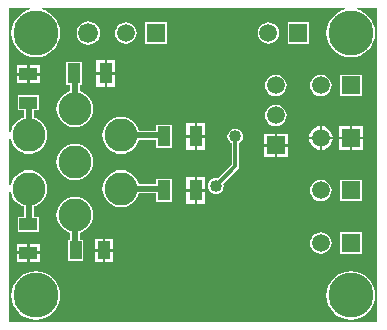
<source format=gbl>
G04 Layer_Physical_Order=2*
G04 Layer_Color=16711680*
%FSLAX24Y24*%
%MOIN*%
G70*
G01*
G75*
%ADD14C,0.0200*%
%ADD15C,0.0120*%
%ADD17C,0.1102*%
%ADD18C,0.0591*%
%ADD19R,0.0591X0.0591*%
%ADD20R,0.0591X0.0591*%
%ADD21C,0.0661*%
%ADD22C,0.0400*%
%ADD23C,0.1500*%
%ADD24R,0.0433X0.0669*%
%ADD25R,0.0394X0.0591*%
%ADD26R,0.0591X0.0394*%
G36*
X12388Y112D02*
X112D01*
Y4443D01*
X162Y4445D01*
X162Y4444D01*
X197Y4329D01*
X254Y4223D01*
X330Y4130D01*
X423Y4054D01*
X530Y3997D01*
X601Y3975D01*
Y3629D01*
X395D01*
Y3116D01*
X1105D01*
Y3629D01*
X928D01*
Y3975D01*
X1000Y3997D01*
X1106Y4054D01*
X1199Y4130D01*
X1275Y4223D01*
X1332Y4329D01*
X1367Y4444D01*
X1379Y4564D01*
X1367Y4684D01*
X1332Y4799D01*
X1275Y4905D01*
X1199Y4998D01*
X1106Y5075D01*
X1000Y5132D01*
X884Y5167D01*
X765Y5178D01*
X645Y5167D01*
X530Y5132D01*
X423Y5075D01*
X330Y4998D01*
X254Y4905D01*
X197Y4799D01*
X162Y4684D01*
X162Y4683D01*
X112Y4686D01*
Y6214D01*
X162Y6217D01*
X162Y6216D01*
X197Y6101D01*
X254Y5995D01*
X330Y5902D01*
X423Y5825D01*
X530Y5768D01*
X645Y5733D01*
X765Y5722D01*
X884Y5733D01*
X1000Y5768D01*
X1106Y5825D01*
X1199Y5902D01*
X1275Y5995D01*
X1332Y6101D01*
X1367Y6216D01*
X1379Y6336D01*
X1367Y6456D01*
X1332Y6571D01*
X1275Y6677D01*
X1199Y6770D01*
X1106Y6846D01*
X1000Y6903D01*
X928Y6925D01*
Y7171D01*
X1105D01*
Y7684D01*
X395D01*
Y7171D01*
X601D01*
Y6925D01*
X530Y6903D01*
X423Y6846D01*
X330Y6770D01*
X254Y6677D01*
X197Y6571D01*
X162Y6456D01*
X162Y6455D01*
X112Y6457D01*
Y10588D01*
X799D01*
X807Y10538D01*
X689Y10502D01*
X548Y10427D01*
X424Y10326D01*
X323Y10202D01*
X248Y10061D01*
X202Y9909D01*
X186Y9750D01*
X202Y9591D01*
X248Y9439D01*
X323Y9298D01*
X424Y9174D01*
X548Y9073D01*
X689Y8998D01*
X841Y8952D01*
X1000Y8936D01*
X1159Y8952D01*
X1311Y8998D01*
X1452Y9073D01*
X1576Y9174D01*
X1677Y9298D01*
X1752Y9439D01*
X1798Y9591D01*
X1814Y9750D01*
X1798Y9909D01*
X1752Y10061D01*
X1677Y10202D01*
X1576Y10326D01*
X1452Y10427D01*
X1311Y10502D01*
X1193Y10538D01*
X1201Y10588D01*
X11299D01*
X11307Y10538D01*
X11189Y10502D01*
X11048Y10427D01*
X10924Y10326D01*
X10823Y10202D01*
X10748Y10061D01*
X10702Y9909D01*
X10686Y9750D01*
X10702Y9591D01*
X10748Y9439D01*
X10823Y9298D01*
X10924Y9174D01*
X11048Y9073D01*
X11189Y8998D01*
X11341Y8952D01*
X11500Y8936D01*
X11659Y8952D01*
X11811Y8998D01*
X11952Y9073D01*
X12076Y9174D01*
X12177Y9298D01*
X12252Y9439D01*
X12298Y9591D01*
X12314Y9750D01*
X12298Y9909D01*
X12252Y10061D01*
X12177Y10202D01*
X12076Y10326D01*
X11952Y10427D01*
X11811Y10502D01*
X11693Y10538D01*
X11701Y10588D01*
X12388D01*
Y112D01*
D02*
G37*
%LPC*%
G36*
X6291Y4935D02*
X6015D01*
Y4540D01*
X6291D01*
Y4935D01*
D02*
G37*
G36*
X2300Y6064D02*
X2180Y6052D01*
X2065Y6017D01*
X1959Y5961D01*
X1866Y5884D01*
X1789Y5791D01*
X1733Y5685D01*
X1698Y5570D01*
X1686Y5450D01*
X1698Y5330D01*
X1733Y5215D01*
X1789Y5109D01*
X1866Y5016D01*
X1959Y4939D01*
X2065Y4883D01*
X2180Y4848D01*
X2300Y4836D01*
X2420Y4848D01*
X2535Y4883D01*
X2641Y4939D01*
X2734Y5016D01*
X2811Y5109D01*
X2867Y5215D01*
X2902Y5330D01*
X2914Y5450D01*
X2902Y5570D01*
X2867Y5685D01*
X2811Y5791D01*
X2734Y5884D01*
X2641Y5961D01*
X2535Y6017D01*
X2420Y6052D01*
X2300Y6064D01*
D02*
G37*
G36*
X6648Y4935D02*
X6371D01*
Y4540D01*
X6648D01*
Y4935D01*
D02*
G37*
G36*
X3835Y5178D02*
X3716Y5167D01*
X3600Y5132D01*
X3494Y5075D01*
X3401Y4998D01*
X3325Y4905D01*
X3268Y4799D01*
X3233Y4684D01*
X3221Y4564D01*
X3233Y4444D01*
X3268Y4329D01*
X3325Y4223D01*
X3401Y4130D01*
X3494Y4054D01*
X3600Y3997D01*
X3716Y3962D01*
X3835Y3950D01*
X3955Y3962D01*
X4070Y3997D01*
X4177Y4054D01*
X4270Y4130D01*
X4346Y4223D01*
X4403Y4329D01*
X4425Y4401D01*
X4992D01*
Y4105D01*
X5545D01*
Y4895D01*
X4992D01*
Y4727D01*
X4425D01*
X4403Y4799D01*
X4346Y4905D01*
X4270Y4998D01*
X4177Y5075D01*
X4070Y5132D01*
X3955Y5167D01*
X3835Y5178D01*
D02*
G37*
G36*
X6648Y4460D02*
X6371D01*
Y4065D01*
X6648D01*
Y4460D01*
D02*
G37*
G36*
X11855Y4855D02*
X11145D01*
Y4145D01*
X11855D01*
Y4855D01*
D02*
G37*
G36*
X10500Y4858D02*
X10407Y4846D01*
X10321Y4810D01*
X10247Y4753D01*
X10190Y4679D01*
X10154Y4593D01*
X10142Y4500D01*
X10154Y4407D01*
X10190Y4321D01*
X10247Y4247D01*
X10321Y4190D01*
X10407Y4154D01*
X10500Y4142D01*
X10593Y4154D01*
X10679Y4190D01*
X10753Y4247D01*
X10810Y4321D01*
X10846Y4407D01*
X10858Y4500D01*
X10846Y4593D01*
X10810Y4679D01*
X10753Y4753D01*
X10679Y4810D01*
X10593Y4846D01*
X10500Y4858D01*
D02*
G37*
G36*
X11895Y6210D02*
X11540D01*
Y5855D01*
X11895D01*
Y6210D01*
D02*
G37*
G36*
X10460D02*
X10107D01*
X10115Y6147D01*
X10155Y6051D01*
X10218Y5968D01*
X10301Y5905D01*
X10397Y5865D01*
X10460Y5857D01*
Y6210D01*
D02*
G37*
G36*
X10893D02*
X10540D01*
Y5857D01*
X10603Y5865D01*
X10699Y5905D01*
X10782Y5968D01*
X10845Y6051D01*
X10885Y6147D01*
X10893Y6210D01*
D02*
G37*
G36*
X11460D02*
X11105D01*
Y5855D01*
X11460D01*
Y6210D01*
D02*
G37*
G36*
X7650Y6562D02*
X7582Y6553D01*
X7519Y6527D01*
X7465Y6485D01*
X7423Y6431D01*
X7397Y6368D01*
X7388Y6300D01*
X7397Y6232D01*
X7423Y6169D01*
X7465Y6115D01*
X7519Y6073D01*
X7528Y6069D01*
Y5351D01*
X7077Y4900D01*
X7068Y4903D01*
X7000Y4912D01*
X6932Y4903D01*
X6869Y4877D01*
X6815Y4835D01*
X6773Y4781D01*
X6747Y4718D01*
X6738Y4650D01*
X6747Y4582D01*
X6773Y4519D01*
X6815Y4465D01*
X6869Y4423D01*
X6932Y4397D01*
X7000Y4388D01*
X7068Y4397D01*
X7131Y4423D01*
X7185Y4465D01*
X7227Y4519D01*
X7253Y4582D01*
X7262Y4650D01*
X7253Y4718D01*
X7250Y4727D01*
X7737Y5213D01*
X7763Y5253D01*
X7772Y5300D01*
Y6069D01*
X7781Y6073D01*
X7835Y6115D01*
X7877Y6169D01*
X7903Y6232D01*
X7912Y6300D01*
X7903Y6368D01*
X7877Y6431D01*
X7835Y6485D01*
X7781Y6527D01*
X7718Y6553D01*
X7650Y6562D01*
D02*
G37*
G36*
X8960Y5960D02*
X8605D01*
Y5605D01*
X8960D01*
Y5960D01*
D02*
G37*
G36*
X9395D02*
X9040D01*
Y5605D01*
X9395D01*
Y5960D01*
D02*
G37*
G36*
X710Y2388D02*
X355D01*
Y2131D01*
X710D01*
Y2388D01*
D02*
G37*
G36*
X1145D02*
X790D01*
Y2131D01*
X1145D01*
Y2388D01*
D02*
G37*
G36*
X2300Y4292D02*
X2180Y4281D01*
X2065Y4246D01*
X1959Y4189D01*
X1866Y4113D01*
X1789Y4020D01*
X1733Y3913D01*
X1698Y3798D01*
X1686Y3678D01*
X1698Y3559D01*
X1733Y3443D01*
X1789Y3337D01*
X1866Y3244D01*
X1959Y3168D01*
X2065Y3111D01*
X2137Y3089D01*
Y2855D01*
X2071D01*
Y2145D01*
X2584D01*
Y2855D01*
X2463D01*
Y3089D01*
X2535Y3111D01*
X2641Y3168D01*
X2734Y3244D01*
X2811Y3337D01*
X2867Y3443D01*
X2902Y3559D01*
X2914Y3678D01*
X2902Y3798D01*
X2867Y3913D01*
X2811Y4020D01*
X2734Y4113D01*
X2641Y4189D01*
X2535Y4246D01*
X2420Y4281D01*
X2300Y4292D01*
D02*
G37*
G36*
X3569Y2460D02*
X3312D01*
Y2105D01*
X3569D01*
Y2460D01*
D02*
G37*
G36*
X1000Y1814D02*
X841Y1798D01*
X689Y1752D01*
X548Y1677D01*
X424Y1576D01*
X323Y1452D01*
X248Y1311D01*
X202Y1159D01*
X186Y1000D01*
X202Y841D01*
X248Y689D01*
X323Y548D01*
X424Y424D01*
X548Y323D01*
X689Y248D01*
X841Y202D01*
X1000Y186D01*
X1159Y202D01*
X1311Y248D01*
X1452Y323D01*
X1576Y424D01*
X1677Y548D01*
X1752Y689D01*
X1798Y841D01*
X1814Y1000D01*
X1798Y1159D01*
X1752Y1311D01*
X1677Y1452D01*
X1576Y1576D01*
X1452Y1677D01*
X1311Y1752D01*
X1159Y1798D01*
X1000Y1814D01*
D02*
G37*
G36*
X11500D02*
X11341Y1798D01*
X11189Y1752D01*
X11048Y1677D01*
X10924Y1576D01*
X10823Y1452D01*
X10748Y1311D01*
X10702Y1159D01*
X10686Y1000D01*
X10702Y841D01*
X10748Y689D01*
X10823Y548D01*
X10924Y424D01*
X11048Y323D01*
X11189Y248D01*
X11341Y202D01*
X11500Y186D01*
X11659Y202D01*
X11811Y248D01*
X11952Y323D01*
X12076Y424D01*
X12177Y548D01*
X12252Y689D01*
X12298Y841D01*
X12314Y1000D01*
X12298Y1159D01*
X12252Y1311D01*
X12177Y1452D01*
X12076Y1576D01*
X11952Y1677D01*
X11811Y1752D01*
X11659Y1798D01*
X11500Y1814D01*
D02*
G37*
G36*
X3232Y2460D02*
X2976D01*
Y2105D01*
X3232D01*
Y2460D01*
D02*
G37*
G36*
Y2895D02*
X2976D01*
Y2540D01*
X3232D01*
Y2895D01*
D02*
G37*
G36*
X3569D02*
X3312D01*
Y2540D01*
X3569D01*
Y2895D01*
D02*
G37*
G36*
X6291Y4460D02*
X6015D01*
Y4065D01*
X6291D01*
Y4460D01*
D02*
G37*
G36*
X1145Y2724D02*
X790D01*
Y2468D01*
X1145D01*
Y2724D01*
D02*
G37*
G36*
X10500Y3108D02*
X10407Y3096D01*
X10321Y3060D01*
X10247Y3003D01*
X10190Y2929D01*
X10154Y2843D01*
X10142Y2750D01*
X10154Y2657D01*
X10190Y2571D01*
X10247Y2497D01*
X10321Y2440D01*
X10407Y2404D01*
X10500Y2392D01*
X10593Y2404D01*
X10679Y2440D01*
X10753Y2497D01*
X10810Y2571D01*
X10846Y2657D01*
X10858Y2750D01*
X10846Y2843D01*
X10810Y2929D01*
X10753Y3003D01*
X10679Y3060D01*
X10593Y3096D01*
X10500Y3108D01*
D02*
G37*
G36*
X11855Y3105D02*
X11145D01*
Y2395D01*
X11855D01*
Y3105D01*
D02*
G37*
G36*
X710Y2724D02*
X355D01*
Y2468D01*
X710D01*
Y2724D01*
D02*
G37*
G36*
X6291Y6260D02*
X6015D01*
Y5865D01*
X6291D01*
Y6260D01*
D02*
G37*
G36*
X1145Y8332D02*
X790D01*
Y8076D01*
X1145D01*
Y8332D01*
D02*
G37*
G36*
X710Y8669D02*
X355D01*
Y8412D01*
X710D01*
Y8669D01*
D02*
G37*
G36*
X1145D02*
X790D01*
Y8412D01*
X1145D01*
Y8669D01*
D02*
G37*
G36*
X710Y8332D02*
X355D01*
Y8076D01*
X710D01*
Y8332D01*
D02*
G37*
G36*
X11855Y8355D02*
X11145D01*
Y7645D01*
X11855D01*
Y8355D01*
D02*
G37*
G36*
X3291Y8360D02*
X3015D01*
Y7965D01*
X3291D01*
Y8360D01*
D02*
G37*
G36*
X3648D02*
X3372D01*
Y7965D01*
X3648D01*
Y8360D01*
D02*
G37*
G36*
X8750Y10108D02*
X8657Y10096D01*
X8571Y10060D01*
X8497Y10003D01*
X8440Y9929D01*
X8404Y9843D01*
X8392Y9750D01*
X8404Y9657D01*
X8440Y9571D01*
X8497Y9497D01*
X8571Y9440D01*
X8657Y9404D01*
X8750Y9392D01*
X8843Y9404D01*
X8929Y9440D01*
X9003Y9497D01*
X9060Y9571D01*
X9096Y9657D01*
X9108Y9750D01*
X9096Y9843D01*
X9060Y9929D01*
X9003Y10003D01*
X8929Y10060D01*
X8843Y10096D01*
X8750Y10108D01*
D02*
G37*
G36*
X5355Y10105D02*
X4645D01*
Y9395D01*
X5355D01*
Y10105D01*
D02*
G37*
G36*
X10105D02*
X9395D01*
Y9395D01*
X10105D01*
Y10105D01*
D02*
G37*
G36*
X4000Y10108D02*
X3907Y10096D01*
X3821Y10060D01*
X3747Y10003D01*
X3690Y9929D01*
X3654Y9843D01*
X3642Y9750D01*
X3654Y9657D01*
X3690Y9571D01*
X3747Y9497D01*
X3821Y9440D01*
X3907Y9404D01*
X4000Y9392D01*
X4093Y9404D01*
X4179Y9440D01*
X4253Y9497D01*
X4310Y9571D01*
X4346Y9657D01*
X4358Y9750D01*
X4346Y9843D01*
X4310Y9929D01*
X4253Y10003D01*
X4179Y10060D01*
X4093Y10096D01*
X4000Y10108D01*
D02*
G37*
G36*
X3291Y8835D02*
X3015D01*
Y8440D01*
X3291D01*
Y8835D01*
D02*
G37*
G36*
X3648D02*
X3372D01*
Y8440D01*
X3648D01*
Y8835D01*
D02*
G37*
G36*
X2750Y10144D02*
X2648Y10131D01*
X2553Y10091D01*
X2471Y10029D01*
X2409Y9947D01*
X2369Y9852D01*
X2356Y9750D01*
X2369Y9648D01*
X2409Y9553D01*
X2471Y9471D01*
X2553Y9409D01*
X2648Y9369D01*
X2750Y9356D01*
X2852Y9369D01*
X2947Y9409D01*
X3029Y9471D01*
X3091Y9553D01*
X3131Y9648D01*
X3144Y9750D01*
X3131Y9852D01*
X3091Y9947D01*
X3029Y10029D01*
X2947Y10091D01*
X2852Y10131D01*
X2750Y10144D01*
D02*
G37*
G36*
X11460Y6645D02*
X11105D01*
Y6290D01*
X11460D01*
Y6645D01*
D02*
G37*
G36*
X10460Y6643D02*
X10397Y6635D01*
X10301Y6595D01*
X10218Y6532D01*
X10155Y6449D01*
X10115Y6353D01*
X10107Y6290D01*
X10460D01*
Y6643D01*
D02*
G37*
G36*
X10540D02*
Y6290D01*
X10893D01*
X10885Y6353D01*
X10845Y6449D01*
X10782Y6532D01*
X10699Y6595D01*
X10603Y6635D01*
X10540Y6643D01*
D02*
G37*
G36*
X9395Y6395D02*
X9040D01*
Y6040D01*
X9395D01*
Y6395D01*
D02*
G37*
G36*
X6648Y6260D02*
X6371D01*
Y5865D01*
X6648D01*
Y6260D01*
D02*
G37*
G36*
X3835Y6950D02*
X3716Y6938D01*
X3600Y6903D01*
X3494Y6846D01*
X3401Y6770D01*
X3325Y6677D01*
X3268Y6571D01*
X3233Y6456D01*
X3221Y6336D01*
X3233Y6216D01*
X3268Y6101D01*
X3325Y5995D01*
X3401Y5902D01*
X3494Y5825D01*
X3600Y5768D01*
X3716Y5733D01*
X3835Y5722D01*
X3955Y5733D01*
X4070Y5768D01*
X4177Y5825D01*
X4270Y5902D01*
X4346Y5995D01*
X4403Y6101D01*
X4425Y6173D01*
X4992D01*
Y5905D01*
X5545D01*
Y6695D01*
X4992D01*
Y6499D01*
X4425D01*
X4403Y6571D01*
X4346Y6677D01*
X4270Y6770D01*
X4177Y6846D01*
X4070Y6903D01*
X3955Y6938D01*
X3835Y6950D01*
D02*
G37*
G36*
X8960Y6395D02*
X8605D01*
Y6040D01*
X8960D01*
Y6395D01*
D02*
G37*
G36*
X9000Y7358D02*
X8907Y7346D01*
X8821Y7310D01*
X8747Y7253D01*
X8690Y7179D01*
X8654Y7093D01*
X8642Y7000D01*
X8654Y6907D01*
X8690Y6821D01*
X8747Y6747D01*
X8821Y6690D01*
X8907Y6654D01*
X9000Y6642D01*
X9093Y6654D01*
X9179Y6690D01*
X9253Y6747D01*
X9310Y6821D01*
X9346Y6907D01*
X9358Y7000D01*
X9346Y7093D01*
X9310Y7179D01*
X9253Y7253D01*
X9179Y7310D01*
X9093Y7346D01*
X9000Y7358D01*
D02*
G37*
G36*
Y8358D02*
X8907Y8346D01*
X8821Y8310D01*
X8747Y8253D01*
X8690Y8179D01*
X8654Y8093D01*
X8642Y8000D01*
X8654Y7907D01*
X8690Y7821D01*
X8747Y7747D01*
X8821Y7690D01*
X8907Y7654D01*
X9000Y7642D01*
X9093Y7654D01*
X9179Y7690D01*
X9253Y7747D01*
X9310Y7821D01*
X9346Y7907D01*
X9358Y8000D01*
X9346Y8093D01*
X9310Y8179D01*
X9253Y8253D01*
X9179Y8310D01*
X9093Y8346D01*
X9000Y8358D01*
D02*
G37*
G36*
X10500D02*
X10407Y8346D01*
X10321Y8310D01*
X10247Y8253D01*
X10190Y8179D01*
X10154Y8093D01*
X10142Y8000D01*
X10154Y7907D01*
X10190Y7821D01*
X10247Y7747D01*
X10321Y7690D01*
X10407Y7654D01*
X10500Y7642D01*
X10593Y7654D01*
X10679Y7690D01*
X10753Y7747D01*
X10810Y7821D01*
X10846Y7907D01*
X10858Y8000D01*
X10846Y8093D01*
X10810Y8179D01*
X10753Y8253D01*
X10679Y8310D01*
X10593Y8346D01*
X10500Y8358D01*
D02*
G37*
G36*
X2545Y8795D02*
X1992D01*
Y8005D01*
X2137D01*
Y7811D01*
X2065Y7789D01*
X1959Y7732D01*
X1866Y7656D01*
X1789Y7563D01*
X1733Y7457D01*
X1698Y7341D01*
X1686Y7222D01*
X1698Y7102D01*
X1733Y6987D01*
X1789Y6880D01*
X1866Y6787D01*
X1959Y6711D01*
X2065Y6654D01*
X2180Y6619D01*
X2300Y6608D01*
X2420Y6619D01*
X2535Y6654D01*
X2641Y6711D01*
X2734Y6787D01*
X2811Y6880D01*
X2867Y6987D01*
X2902Y7102D01*
X2914Y7222D01*
X2902Y7341D01*
X2867Y7457D01*
X2811Y7563D01*
X2734Y7656D01*
X2641Y7732D01*
X2535Y7789D01*
X2463Y7811D01*
Y8005D01*
X2545D01*
Y8795D01*
D02*
G37*
G36*
X11895Y6645D02*
X11540D01*
Y6290D01*
X11895D01*
Y6645D01*
D02*
G37*
G36*
X6291Y6735D02*
X6015D01*
Y6340D01*
X6291D01*
Y6735D01*
D02*
G37*
G36*
X6648D02*
X6371D01*
Y6340D01*
X6648D01*
Y6735D01*
D02*
G37*
%LPD*%
D14*
X5204Y4564D02*
X5268Y4500D01*
X3835Y4564D02*
X5204D01*
X5233Y6336D02*
X5268Y6300D01*
X3835Y6336D02*
X5233D01*
X2269Y8400D02*
X2300Y8368D01*
Y7222D02*
Y8368D01*
Y2528D02*
X2328Y2500D01*
X2300Y2528D02*
Y3678D01*
X750Y3372D02*
X765Y3387D01*
Y4564D01*
X750Y7428D02*
X765Y7413D01*
Y6336D02*
Y7413D01*
D15*
X7650Y5300D02*
Y6300D01*
X7000Y4650D02*
X7650Y5300D01*
D17*
X2300Y5450D02*
D03*
X3835Y4564D02*
D03*
Y6336D02*
D03*
X2300Y7222D02*
D03*
X765Y6336D02*
D03*
Y4564D02*
D03*
X2300Y3678D02*
D03*
D18*
X10500Y4500D02*
D03*
Y2750D02*
D03*
X8750Y9750D02*
D03*
X4000D02*
D03*
X10500Y8000D02*
D03*
X9000D02*
D03*
Y7000D02*
D03*
X10500Y6250D02*
D03*
D19*
X11500Y4500D02*
D03*
Y2750D02*
D03*
X9750Y9750D02*
D03*
X5000D02*
D03*
X11500Y8000D02*
D03*
Y6250D02*
D03*
D20*
X9000Y6000D02*
D03*
D21*
X2750Y9750D02*
D03*
D22*
X7650Y6300D02*
D03*
X7000Y4650D02*
D03*
D23*
X11500Y1000D02*
D03*
Y9750D02*
D03*
X1000D02*
D03*
Y1000D02*
D03*
D24*
X6331Y4500D02*
D03*
X5268D02*
D03*
X3331Y8400D02*
D03*
X2269D02*
D03*
X6331Y6300D02*
D03*
X5268D02*
D03*
D25*
X3272Y2500D02*
D03*
X2328D02*
D03*
D26*
X750Y2428D02*
D03*
Y3372D02*
D03*
Y8372D02*
D03*
Y7428D02*
D03*
M02*

</source>
